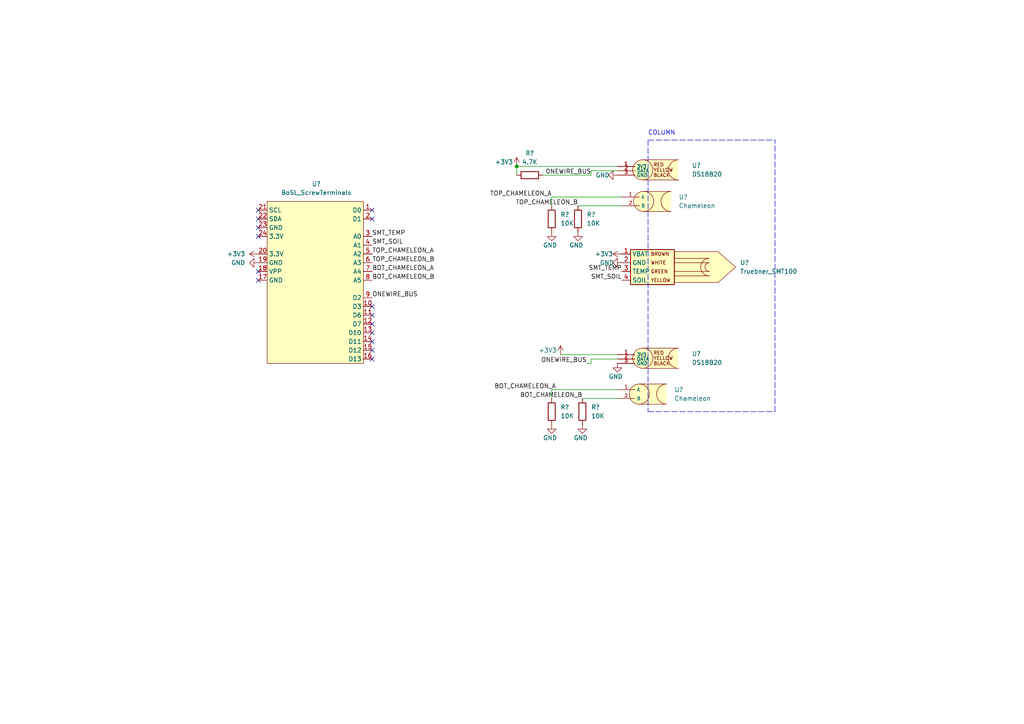
<source format=kicad_sch>
(kicad_sch (version 20211123) (generator eeschema)
  (paper "A4")
  (title_block (title "BoSL Sensors Wiring Harness") (date "2022-09-30") (rev "1") (company "Leigh Oliver") (comment 1 "Sensors In Green Infrastructure FYP"))
  (lib_symbols
    (symbol "DS18B20_1"
      (property "Reference" "U" (at 0 0 0))
      (property "Value" "DS18B20_1" (at 0 0 0))
      (symbol "DS18B20_1_0_0"
        (text "BLACK" (at 0.254 -6.35 0) (effects (font (size 1 1)) (justify left)))
        (text "RED" (at 0.254 -3.302 0) (effects (font (size 1 1)) (justify left)))
        (text "YELLOW" (at 0.254 -4.826 0) (effects (font (size 1 1)) (justify left)))
      )
      (symbol "DS18B20_1_0_1"
        (rectangle (start -2.921 -1.905) (end 7.493 -7.747) (stroke (width -1)) (fill (type background)))
        (circle (center -2.794 -4.826) (radius 2.9238) (fill (type background)))
        (polyline (pts (xy 7.493 -1.905) (xy -2.794 -1.905)))
        (polyline (pts (xy 7.62 -7.747) (xy -2.667 -7.747)))
        (arc (start 7.4497 -1.905) (mid 4.4438 -4.826) (end 7.4497 -7.747) (fill (type background)))
      )
      (symbol "DS18B20_1_1_1"
        (pin power_in line (at -10.16 -3.81 0) (length 5.08) (name "3V3") (number "1"))
        (pin bidirectional line (at -10.16 -5.08 0) (length 5.08) (name "DATA") (number "2"))
        (pin power_in line (at -10.16 -6.35 0) (length 5.08) (name "GND") (number "3"))
      )
    )
    (symbol "Device:R" (pin_numbers hide) (pin_names (offset 0))
      (property "Reference" "R" (at 2.032 0 90))
      (property "Value" "R" (at 0 0 90))
      (symbol "R_0_1"
        (rectangle (start -1.016 -2.54) (end 1.016 2.54) (stroke (width 0.254)))
      )
      (symbol "R_1_1"
        (pin passive line (at 0 3.81 270) (length 1.27) (name "~") (number "1"))
        (pin passive line (at 0 -3.81 90) (length 1.27) (name "~") (number "2"))
      )
    )
    (symbol "bosl_board:BoSL_ScrewTerminals"
      (property "Reference" "U" (at 0 -34.29 0))
      (property "Value" "BoSL_ScrewTerminals" (at 0 -31.75 0))
      (symbol "BoSL_ScrewTerminals_0_1"
        (rectangle (start -13.97 17.78) (end 13.97 -29.21) (fill (type background)))
      )
      (symbol "BoSL_ScrewTerminals_1_1"
        (pin input line (at 16.51 15.24 180) (length 2.54) (name "D0") (number "1"))
        (pin input line (at 16.51 -12.7 180) (length 2.54) (name "D3") (number "10"))
        (pin input line (at 16.51 -15.24 180) (length 2.54) (name "D6") (number "11"))
        (pin input line (at 16.51 -17.78 180) (length 2.54) (name "D7") (number "12"))
        (pin input line (at 16.51 -20.32 180) (length 2.54) (name "D10") (number "13"))
        (pin input line (at 16.51 -22.86 180) (length 2.54) (name "D11") (number "14"))
        (pin input line (at 16.51 -25.4 180) (length 2.54) (name "D12") (number "15"))
        (pin input line (at 16.51 -27.94 180) (length 2.54) (name "D13") (number "16"))
        (pin input line (at -16.51 -5.08 0) (length 2.54) (name "GND") (number "17"))
        (pin input line (at -16.51 -2.54 0) (length 2.54) (name "VPP") (number "18"))
        (pin input line (at -16.51 0 0) (length 2.54) (name "GND") (number "19"))
        (pin input line (at 16.51 12.7 180) (length 2.54) (name "D1") (number "2"))
        (pin input line (at -16.51 2.54 0) (length 2.54) (name "3.3V") (number "20"))
        (pin input line (at -16.51 15.24 0) (length 2.54) (name "SCL") (number "21"))
        (pin input line (at -16.51 12.7 0) (length 2.54) (name "SDA") (number "22"))
        (pin input line (at -16.51 10.16 0) (length 2.54) (name "GND") (number "23"))
        (pin input line (at -16.51 7.62 0) (length 2.54) (name "3.3V") (number "24"))
        (pin input line (at 16.51 7.62 180) (length 2.54) (name "A0") (number "3"))
        (pin input line (at 16.51 5.08 180) (length 2.54) (name "A1") (number "4"))
        (pin input line (at 16.51 2.54 180) (length 2.54) (name "A2") (number "5"))
        (pin input line (at 16.51 0 180) (length 2.54) (name "A3") (number "6"))
        (pin input line (at 16.51 -2.54 180) (length 2.54) (name "A4") (number "7"))
        (pin input line (at 16.51 -5.08 180) (length 2.54) (name "A5") (number "8"))
        (pin input line (at 16.51 -10.16 180) (length 2.54) (name "D2") (number "9"))
      )
    )
    (symbol "bosl_board:Chameleon"
      (property "Reference" "U" (at 0 13.335 0))
      (property "Value" "Chameleon" (at 0 11.43 0))
      (symbol "Chameleon_0_1"
        (polyline (pts (xy 9.144 -2.921) (xy 1.27 -2.921)))
        (polyline (pts (xy 9.144 2.921) (xy 1.27 2.921)))
        (circle (center 1.27 0) (radius 2.9238) (fill (type background)))
        (rectangle (start 1.27 2.921) (end 9.144 -2.921) (stroke (width -1)) (fill (type background)))
        (arc (start 9.144 2.921) (mid 6.1381 0) (end 9.144 -2.921) (fill (type background)))
      )
      (symbol "Chameleon_1_1"
        (pin passive line (at -5.08 1.27 0) (length 5.08) (name "A") (number "1"))
        (pin passive line (at -5.08 -1.27 0) (length 5.08) (name "B") (number "2"))
      )
    )
    (symbol "bosl_board:DS18B20"
      (property "Reference" "U" (at 0 0 0))
      (property "Value" "DS18B20" (at 0 0 0))
      (symbol "DS18B20_0_0"
        (text "BLACK" (at 0.254 -6.35 0) (effects (font (size 1 1)) (justify left)))
        (text "RED" (at 0.254 -3.302 0) (effects (font (size 1 1)) (justify left)))
        (text "YELLOW" (at 0.254 -4.826 0) (effects (font (size 1 1)) (justify left)))
      )
      (symbol "DS18B20_0_1"
        (rectangle (start -2.921 -1.905) (end 7.493 -7.747) (stroke (width -1)) (fill (type background)))
        (circle (center -2.794 -4.826) (radius 2.9238) (fill (type background)))
        (polyline (pts (xy 7.493 -1.905) (xy -2.794 -1.905)))
        (polyline (pts (xy 7.62 -7.747) (xy -2.667 -7.747)))
        (arc (start 7.4497 -1.905) (mid 4.4438 -4.826) (end 7.4497 -7.747) (fill (type background)))
      )
      (symbol "DS18B20_1_1"
        (pin power_in line (at -10.16 -3.81 0) (length 5.08) (name "3V3") (number "1"))
        (pin bidirectional line (at -10.16 -5.08 0) (length 5.08) (name "DATA") (number "2"))
        (pin power_in line (at -10.16 -6.35 0) (length 5.08) (name "GND") (number "3"))
      )
    )
    (symbol "bosl_board:Truebner_SMT100"
      (property "Reference" "U" (at 0 30.48 0))
      (property "Value" "Truebner_SMT100" (at 0 27.94 0))
      (symbol "Truebner_SMT100_0_0"
        (text "BROWN" (at -3.81 0.762 900) (effects (font (size 1 1)) (justify left)))
        (text "GREEN" (at 1.27 0.762 900) (effects (font (size 1 1)) (justify left)))
        (text "WHITE" (at -1.27 0.762 900) (effects (font (size 1 1)) (justify left)))
        (text "YELLOW" (at 3.81 0.762 900) (effects (font (size 1 1)) (justify left)))
      )
      (symbol "Truebner_SMT100_0_1"
        (rectangle (start -5.08 7.62) (end 5.08 -5.08) (stroke (width 0.254)) (fill (type background)))
        (arc (start -2.54 17.78) (mid 0 15.2174) (end 2.54 17.78))
        (arc (start -1.27 17.78) (mid 0 16.494) (end 1.27 17.78))
        (polyline (pts (xy -2.54 7.62) (xy -2.54 17.78)))
        (polyline (pts (xy -1.27 7.62) (xy -1.27 17.78)))
        (polyline (pts (xy 1.27 7.62) (xy 1.27 17.78)))
        (polyline (pts (xy 2.54 7.62) (xy 2.54 17.78)))
        (polyline (pts (xy -4.445 7.62) (xy -4.445 20.32) (xy 0 25.4) (xy 4.445 20.32) (xy 4.445 7.62) (xy -5.08 7.62)) (fill (type background)))
      )
      (symbol "Truebner_SMT100_1_1"
        (pin power_in line (at -3.81 -7.62 90) (length 2.54) (name "VBAT") (number "1"))
        (pin power_in line (at -1.27 -7.62 90) (length 2.54) (name "GND") (number "2"))
        (pin output line (at 1.27 -7.62 90) (length 2.54) (name "TEMP") (number "3"))
        (pin output line (at 3.81 -7.62 90) (length 2.54) (name "SOIL") (number "4"))
      )
    )
    (symbol "power:+3V3" (power) (pin_names (offset 0))
      (property "Value" "+3V3" (at 0 3.556 0))
      (symbol "+3V3_0_1"
        (polyline (pts (xy -0.762 1.27) (xy 0 2.54)))
        (polyline (pts (xy 0 0) (xy 0 2.54)))
        (polyline (pts (xy 0 2.54) (xy 0.762 1.27)))
      )
      (symbol "+3V3_1_1"
        (pin power_in line (at 0 0 90) (length 0) hide (name "+3V3") (number "1"))
      )
    )
    (symbol "power:GND" (power) (pin_names (offset 0))
      (property "Value" "GND" (at 0 -3.81 0))
      (symbol "GND_0_1"
        (polyline (pts (xy 0 0) (xy 0 -1.27) (xy 1.27 -1.27) (xy 0 -2.54) (xy -1.27 -1.27) (xy 0 -1.27)))
      )
      (symbol "GND_1_1"
        (pin power_in line (at 0 0 270) (length 0) hide (name "GND") (number "1"))
      )
    )
  )
  (junction (at 149.86 48.26))
  (no_connect (at 107.95 60.96))
  (no_connect (at 107.95 63.5))
  (no_connect (at 107.95 88.9))
  (no_connect (at 107.95 104.14))
  (no_connect (at 107.95 91.44))
  (no_connect (at 107.95 93.98))
  (no_connect (at 107.95 96.52))
  (no_connect (at 107.95 99.06))
  (no_connect (at 107.95 101.6))
  (no_connect (at 74.93 78.74))
  (no_connect (at 74.93 81.28))
  (no_connect (at 74.93 68.58))
  (no_connect (at 74.93 60.96))
  (no_connect (at 74.93 63.5))
  (no_connect (at 74.93 66.04))
  (wire (pts (xy 160.02 57.15) (xy 160.02 59.69)))
  (polyline (pts (xy 224.79 119.38) (xy 224.79 40.64)))
  (wire (pts (xy 149.86 50.8) (xy 149.86 48.26)))
  (wire (pts (xy 171.45 49.53) (xy 179.07 49.53)))
  (wire (pts (xy 167.64 59.69) (xy 180.34 59.69)))
  (wire (pts (xy 160.02 113.03) (xy 160.02 115.57)))
  (wire (pts (xy 149.86 48.26) (xy 179.07 48.26)))
  (wire (pts (xy 162.56 102.87) (xy 179.07 102.87)))
  (wire (pts (xy 171.45 50.8) (xy 171.45 49.53)))
  (wire (pts (xy 157.48 50.8) (xy 171.45 50.8)))
  (polyline (pts (xy 187.96 40.64) (xy 187.96 119.38)))
  (wire (pts (xy 160.02 57.15) (xy 180.34 57.15)))
  (wire (pts (xy 171.45 104.14) (xy 179.07 104.14)))
  (wire (pts (xy 160.02 113.03) (xy 179.07 113.03)))
  (polyline (pts (xy 187.96 119.38) (xy 224.79 119.38)))
  (wire (pts (xy 168.91 115.57) (xy 179.07 115.57)))
  (wire (pts (xy 170.18 105.41) (xy 171.45 105.41)))
  (polyline (pts (xy 187.96 40.64) (xy 224.79 40.64)))
  (wire (pts (xy 171.45 105.41) (xy 171.45 104.14)))
  (text "COLUMN" (at 187.96 39.37 0) (effects (font (size 1.27 1.27)) (justify left bottom)))
  (label "SMT_TEMP" (at 180.34 78.74 180))
  (label "BOT_CHAMELEON_B" (at 107.95 81.28 0))
  (label "TOP_CHAMELEON_A" (at 160.02 57.15 180))
  (label "TOP_CHAMELEON_B" (at 167.64 59.69 180))
  (label "BOT_CHAMELEON_A" (at 107.95 78.74 0))
  (label "ONEWIRE_BUS" (at 170.18 105.41 180))
  (label "BOT_CHAMELEON_B" (at 168.91 115.57 180))
  (label "ONEWIRE_BUS" (at 107.95 86.36 0))
  (label "ONEWIRE_BUS" (at 171.45 50.8 180))
  (label "SMT_SOIL" (at 180.34 81.28 180))
  (label "TOP_CHAMELEON_A" (at 107.95 73.66 0))
  (label "SMT_SOIL" (at 107.95 71.12 0))
  (label "SMT_TEMP" (at 107.95 68.58 0))
  (label "TOP_CHAMELEON_B" (at 107.95 76.2 0))
  (label "BOT_CHAMELEON_A" (at 161.29 113.03 180))
  (symbol (lib_id "power:GND") (at 74.93 76.2 270) (unit 1)
    (property "Reference" "#PWR?" (effects hide))
    (property "Value" "GND" (at 71.12 76.1999 90) (effects (justify right)))
  )
  (symbol (lib_id "power:GND") (at 180.34 76.2 270) (unit 1)
    (property "Reference" "#PWR?" (effects hide))
    (property "Value" "GND" (at 173.99 76.2 90) (effects (justify left)))
  )
  (symbol (lib_id "bosl_board:Chameleon") (at 184.15 114.3 0) (unit 1)
    (property "Reference" "U?" (at 195.58 113.0299 0) (effects (justify left)))
    (property "Value" "Chameleon" (at 195.58 115.5699 0) (effects (justify left)))
  )
  (symbol (lib_id "power:+3V3") (at 180.34 73.66 90) (unit 1)
    (property "Reference" "#PWR?" (effects hide))
    (property "Value" "+3V3" (at 177.8 73.66 90) (effects (justify left)))
  )
  (symbol (lib_id "bosl_board:DS18B20") (at 189.23 99.06 0) (unit 1)
    (property "Reference" "U?" (at 200.66 102.6159 0) (effects (justify left)))
    (property "Value" "DS18B20" (at 200.66 105.1559 0) (effects (justify left)))
  )
  (symbol (lib_id "power:GND") (at 167.64 67.31 0) (unit 1)
    (property "Reference" "#PWR?" (effects hide))
    (property "Value" "GND" (at 165.1 71.12 0) (effects (justify left)))
  )
  (symbol (lib_id "power:GND") (at 168.91 123.19 0) (unit 1)
    (property "Reference" "#PWR?" (effects hide))
    (property "Value" "GND" (at 166.37 127 0) (effects (justify left)))
  )
  (symbol (lib_id "bosl_board:BoSL_ScrewTerminals") (at 91.44 76.2 0) (unit 1)
    (property "Reference" "U?" (at 91.7575 53.34 0))
    (property "Value" "BoSL_ScrewTerminals" (at 91.7575 55.88 0))
  )
  (symbol (lib_id "bosl_board:Truebner_SMT100") (at 187.96 77.47 270) (unit 1)
    (property "Reference" "U?" (at 214.63 76.1999 90) (effects (justify left)))
    (property "Value" "Truebner_SMT100" (at 214.63 78.7399 90) (effects (justify left)))
  )
  (symbol (lib_id "Device:R") (at 160.02 119.38 0) (unit 1)
    (property "Reference" "R?" (at 162.56 118.1099 0) (effects (justify left)))
    (property "Value" "10K" (at 162.56 120.6499 0) (effects (justify left)))
  )
  (symbol (lib_id "power:GND") (at 160.02 67.31 0) (unit 1)
    (property "Reference" "#PWR?" (effects hide))
    (property "Value" "GND" (at 157.48 71.12 0) (effects (justify left)))
  )
  (symbol (lib_id "power:+3V3") (at 74.93 73.66 90) (unit 1)
    (property "Reference" "#PWR?" (effects hide))
    (property "Value" "+3V3" (at 71.12 73.6599 90) (effects (justify left)))
  )
  (symbol (lib_id "Device:R") (at 153.67 50.8 90) (unit 1)
    (property "Reference" "R?" (at 153.67 44.45 90))
    (property "Value" "4.7K" (at 153.67 46.99 90))
  )
  (symbol (lib_id "Device:R") (at 167.64 63.5 0) (unit 1)
    (property "Reference" "R?" (at 170.18 62.2299 0) (effects (justify left)))
    (property "Value" "10K" (at 170.18 64.7699 0) (effects (justify left)))
  )
  (symbol (lib_id "bosl_board:Chameleon") (at 185.42 58.42 0) (unit 1)
    (property "Reference" "U?" (at 196.85 57.1499 0) (effects (justify left)))
    (property "Value" "Chameleon" (at 196.85 59.6899 0) (effects (justify left)))
  )
  (symbol (lib_id "power:+3V3") (at 149.86 48.26 0) (unit 1)
    (property "Reference" "#PWR?" (effects hide))
    (property "Value" "+3V3" (at 143.51 46.99 0) (effects (justify left)))
  )
  (symbol (lib_id "power:GND") (at 179.07 105.41 0) (unit 1)
    (property "Reference" "#PWR?" (effects hide))
    (property "Value" "GND" (at 176.53 109.22 0) (effects (justify left)))
  )
  (symbol (lib_id "Device:R") (at 168.91 119.38 0) (unit 1)
    (property "Reference" "R?" (at 171.45 118.1099 0) (effects (justify left)))
    (property "Value" "10K" (at 171.45 120.6499 0) (effects (justify left)))
  )
  (symbol (lib_id "power:+3V3") (at 162.56 102.87 0) (unit 1)
    (property "Reference" "#PWR?" (effects hide))
    (property "Value" "+3V3" (at 156.21 101.6 0) (effects (justify left)))
  )
  (symbol (lib_id "power:GND") (at 179.07 50.8 270) (unit 1)
    (property "Reference" "#PWR?" (effects hide))
    (property "Value" "GND" (at 172.72 50.8 90) (effects (justify left)))
  )
  (symbol (lib_id "Device:R") (at 160.02 63.5 0) (unit 1)
    (property "Reference" "R?" (at 162.56 62.2299 0) (effects (justify left)))
    (property "Value" "10K" (at 162.56 64.7699 0) (effects (justify left)))
  )
  (symbol (lib_id "power:GND") (at 160.02 123.19 0) (unit 1)
    (property "Reference" "#PWR?" (effects hide))
    (property "Value" "GND" (at 157.48 127 0) (effects (justify left)))
  )
  (symbol (lib_name "DS18B20_1") (lib_id "bosl_board:DS18B20") (at 189.23 44.45 0) (unit 1)
    (property "Reference" "U?" (at 200.66 48.0059 0) (effects (justify left)))
    (property "Value" "DS18B20" (at 200.66 50.5459 0) (effects (justify left)))
  )
)
</source>
